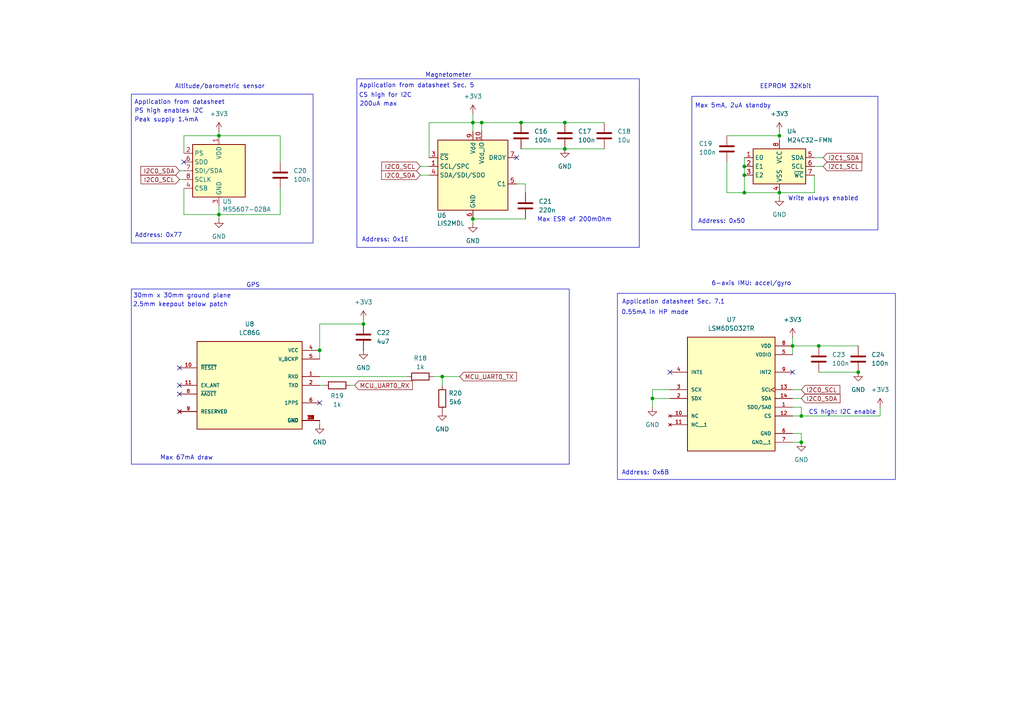
<source format=kicad_sch>
(kicad_sch (version 20231120) (generator "eeschema") (generator_version "8.0")
  (paper "A4")
  (title_block (title "Pygmy") (date "2024-11-11") (rev "A") (company "Matteo Golin"))
  (lib_symbols
    (symbol "Device:C" (pin_numbers hide) (pin_names (offset 0.254))
      (property "Reference" "C" (at 0.635 2.54 0))
      (property "Value" "C" (at 0.635 -2.54 0))
      (symbol "C_0_1"
        (polyline (pts (xy -2.032 -0.762) (xy 2.032 -0.762)) (stroke (width 0.508)))
        (polyline (pts (xy -2.032 0.762) (xy 2.032 0.762)) (stroke (width 0.508)))
      )
      (symbol "C_1_1"
        (pin passive line (at 0 3.81 270) (length 2.794) (name "~") (number "1"))
        (pin passive line (at 0 -3.81 90) (length 2.794) (name "~") (number "2"))
      )
    )
    (symbol "Device:R" (pin_numbers hide) (pin_names (offset 0))
      (property "Reference" "R" (at 2.032 0 90))
      (property "Value" "R" (at 0 0 90))
      (symbol "R_0_1"
        (rectangle (start -1.016 -2.54) (end 1.016 2.54) (stroke (width 0.254)))
      )
      (symbol "R_1_1"
        (pin passive line (at 0 3.81 270) (length 1.27) (name "~") (number "1"))
        (pin passive line (at 0 -3.81 90) (length 1.27) (name "~") (number "2"))
      )
    )
    (symbol "LC86G:LC86G" (pin_names (offset 1.016))
      (property "Reference" "U" (at -15.24 13.97 0))
      (property "Value" "LC86G" (at -15.24 -15.24 0))
      (symbol "LC86G_0_0"
        (rectangle (start -15.24 12.7) (end 15.24 -12.7) (stroke (width 0.254)) (fill (type background)))
        (pin input line (at 20.32 2.54 180) (length 5.08) (name "RXD") (number "1"))
        (pin input line (at -20.32 5.08 0) (length 5.08) (name "~{RESET}") (number "10"))
        (pin input line (at -20.32 0 0) (length 5.08) (name "EX_ANT") (number "11"))
        (pin power_in line (at 20.32 -10.16 180) (length 5.08) (name "GND") (number "12"))
        (pin power_in line (at 20.32 -10.16 180) (length 5.08) (name "GND") (number "13"))
        (pin power_in line (at 20.32 -10.16 180) (length 5.08) (name "GND") (number "14"))
        (pin power_in line (at 20.32 -10.16 180) (length 5.08) (name "GND") (number "15"))
        (pin power_in line (at 20.32 -10.16 180) (length 5.08) (name "GND") (number "16"))
        (pin power_in line (at 20.32 -10.16 180) (length 5.08) (name "GND") (number "17"))
        (pin power_in line (at 20.32 -10.16 180) (length 5.08) (name "GND") (number "18"))
        (pin power_in line (at 20.32 -10.16 180) (length 5.08) (name "GND") (number "19"))
        (pin output line (at 20.32 0 180) (length 5.08) (name "TXD") (number "2"))
        (pin power_in line (at 20.32 -10.16 180) (length 5.08) (name "GND") (number "20"))
        (pin power_in line (at 20.32 -10.16 180) (length 5.08) (name "GND") (number "21"))
        (pin power_in line (at 20.32 -10.16 180) (length 5.08) (name "GND") (number "22"))
        (pin power_in line (at 20.32 -10.16 180) (length 5.08) (name "GND") (number "23"))
        (pin power_in line (at 20.32 -10.16 180) (length 5.08) (name "GND") (number "24"))
        (pin power_in line (at 20.32 -10.16 180) (length 5.08) (name "GND") (number "25"))
        (pin power_in line (at 20.32 -10.16 180) (length 5.08) (name "GND") (number "26"))
        (pin power_in line (at 20.32 -10.16 180) (length 5.08) (name "GND") (number "27"))
        (pin power_in line (at 20.32 -10.16 180) (length 5.08) (name "GND") (number "28"))
        (pin power_in line (at 20.32 -10.16 180) (length 5.08) (name "GND") (number "29"))
        (pin power_in line (at 20.32 -10.16 180) (length 5.08) (name "GND") (number "3"))
        (pin power_in line (at 20.32 -10.16 180) (length 5.08) (name "GND") (number "30"))
        (pin power_in line (at 20.32 -10.16 180) (length 5.08) (name "GND") (number "31"))
        (pin power_in line (at 20.32 -10.16 180) (length 5.08) (name "GND") (number "32"))
        (pin power_in line (at 20.32 -10.16 180) (length 5.08) (name "GND") (number "33"))
        (pin power_in line (at 20.32 -10.16 180) (length 5.08) (name "GND") (number "34"))
        (pin power_in line (at 20.32 -10.16 180) (length 5.08) (name "GND") (number "35"))
        (pin power_in line (at 20.32 -10.16 180) (length 5.08) (name "GND") (number "36"))
        (pin power_in line (at 20.32 10.16 180) (length 5.08) (name "VCC") (number "4"))
        (pin power_in line (at 20.32 7.62 180) (length 5.08) (name "V_BCKP") (number "5"))
        (pin output line (at 20.32 -5.08 180) (length 5.08) (name "1PPS") (number "6"))
        (pin no_connect line (at -20.32 -7.62 0) (length 5.08) (name "RESERVED") (number "7"))
        (pin bidirectional line (at -20.32 -2.54 0) (length 5.08) (name "~{AADET}") (number "8"))
        (pin no_connect line (at -20.32 -7.62 0) (length 5.08) (name "RESERVED") (number "9"))
      )
    )
    (symbol "LSM6DSO32TR:LSM6DSO32TR" (pin_names (offset 1.016))
      (property "Reference" "U" (at -12.7 16.002 0))
      (property "Value" "LSM6DSO32TR" (at -12.7 -20.32 0))
      (symbol "LSM6DSO32TR_0_0"
        (rectangle (start -12.7 -17.78) (end 12.7 15.24) (stroke (width 0.254)) (fill (type background)))
        (pin bidirectional line (at 17.78 -5.08 180) (length 5.08) (name "SDO/SA0") (number "1"))
        (pin no_connect line (at -17.78 -7.62 0) (length 5.08) (name "NC") (number "10"))
        (pin no_connect line (at -17.78 -10.16 0) (length 5.08) (name "NC__1") (number "11"))
        (pin input line (at 17.78 -7.62 180) (length 5.08) (name "CS") (number "12"))
        (pin input clock (at 17.78 0 180) (length 5.08) (name "SCL") (number "13"))
        (pin bidirectional line (at 17.78 -2.54 180) (length 5.08) (name "SDA") (number "14"))
        (pin passive line (at -17.78 -2.54 0) (length 5.08) (name "SDX") (number "2"))
        (pin passive line (at -17.78 0 0) (length 5.08) (name "SCX") (number "3"))
        (pin input line (at -17.78 5.08 0) (length 5.08) (name "INT1") (number "4"))
        (pin power_in line (at 17.78 10.16 180) (length 5.08) (name "VDDIO") (number "5"))
        (pin power_in line (at 17.78 -12.7 180) (length 5.08) (name "GND") (number "6"))
        (pin power_in line (at 17.78 -15.24 180) (length 5.08) (name "GND__1") (number "7"))
        (pin power_in line (at 17.78 12.7 180) (length 5.08) (name "VDD") (number "8"))
        (pin output line (at 17.78 5.08 180) (length 5.08) (name "INT2") (number "9"))
      )
    )
    (symbol "Memory_EEPROM:M24C02-FMN"
      (property "Reference" "U" (at -6.35 6.35 0))
      (property "Value" "M24C02-FMN" (at 7.62 6.35 0))
      (symbol "M24C02-FMN_0_1"
        (rectangle (start -7.62 5.08) (end 7.62 -5.08) (stroke (width 0.254)) (fill (type background)))
      )
      (symbol "M24C02-FMN_1_1"
        (pin input line (at -10.16 2.54 0) (length 2.54) (name "E0") (number "1"))
        (pin input line (at -10.16 0 0) (length 2.54) (name "E1") (number "2"))
        (pin input line (at -10.16 -2.54 0) (length 2.54) (name "E2") (number "3"))
        (pin power_in line (at 0 -7.62 90) (length 2.54) (name "VSS") (number "4"))
        (pin bidirectional line (at 10.16 2.54 180) (length 2.54) (name "SDA") (number "5"))
        (pin input line (at 10.16 0 180) (length 2.54) (name "SCL") (number "6"))
        (pin input line (at 10.16 -2.54 180) (length 2.54) (name "~{WC}") (number "7"))
        (pin power_in line (at 0 7.62 270) (length 2.54) (name "VCC") (number "8"))
      )
    )
    (symbol "Sensor_Magnetic:LIS2MDL"
      (property "Reference" "U" (at -8.89 11.43 0))
      (property "Value" "LIS2MDL" (at 7.62 11.43 0))
      (symbol "LIS2MDL_0_1"
        (rectangle (start -10.16 10.16) (end 10.16 -10.16) (stroke (width 0.254)) (fill (type background)))
      )
      (symbol "LIS2MDL_1_1"
        (pin input line (at -12.7 2.54 0) (length 2.54) (name "SCL/SPC") (number "1"))
        (pin power_in line (at 2.54 12.7 270) (length 2.54) (name "Vdd_IO") (number "10"))
        (pin no_connect line (at -10.16 -7.62 0) (length 2.54) hide (name "NC") (number "11"))
        (pin no_connect line (at 10.16 -7.62 180) (length 2.54) hide (name "NC") (number "12"))
        (pin no_connect line (at -10.16 -5.08 0) (length 2.54) hide (name "NC") (number "2"))
        (pin input line (at -12.7 5.08 0) (length 2.54) (name "~{CS}") (number "3"))
        (pin bidirectional line (at -12.7 0 0) (length 2.54) (name "SDA/SDI/SDO") (number "4"))
        (pin power_out line (at 12.7 -2.54 180) (length 2.54) (name "C1") (number "5"))
        (pin power_in line (at 0 -12.7 90) (length 2.54) (name "GND") (number "6"))
        (pin output line (at 12.7 5.08 180) (length 2.54) (name "DRDY") (number "7"))
        (pin passive line (at 0 -12.7 90) (length 2.54) hide (name "GND") (number "8"))
        (pin power_in line (at 0 12.7 270) (length 2.54) (name "Vdd") (number "9"))
      )
    )
    (symbol "Sensor_Pressure:MS5607-02BA"
      (property "Reference" "U" (at -6.35 8.89 0))
      (property "Value" "MS5607-02BA" (at 7.62 8.89 0))
      (symbol "MS5607-02BA_0_1"
        (rectangle (start -7.62 7.62) (end 7.62 -7.62) (stroke (width 0.254)) (fill (type background)))
      )
      (symbol "MS5607-02BA_1_1"
        (pin power_in line (at 0 10.16 270) (length 2.54) (name "VDD") (number "1"))
        (pin input line (at -10.16 5.08 0) (length 2.54) (name "PS") (number "2"))
        (pin power_in line (at 0 -10.16 90) (length 2.54) (name "GND") (number "3"))
        (pin input line (at -10.16 -5.08 0) (length 2.54) (name "CSB") (number "4"))
        (pin input line (at -10.16 -5.08 0) (length 2.54) hide (name "CSB") (number "5"))
        (pin output line (at -10.16 2.54 0) (length 2.54) (name "SDO") (number "6"))
        (pin bidirectional line (at -10.16 0 0) (length 2.54) (name "SDI/SDA") (number "7"))
        (pin input line (at -10.16 -2.54 0) (length 2.54) (name "SCLK") (number "8"))
      )
    )
    (symbol "power:+3.3V" (power) (pin_numbers hide) (pin_names (offset 0) hide)
      (property "Value" "+3.3V" (at 0 3.556 0))
      (symbol "+3.3V_0_1"
        (polyline (pts (xy -0.762 1.27) (xy 0 2.54)))
        (polyline (pts (xy 0 0) (xy 0 2.54)))
        (polyline (pts (xy 0 2.54) (xy 0.762 1.27)))
      )
      (symbol "+3.3V_1_1"
        (pin power_in line (at 0 0 90) (length 0) (name "~") (number "1"))
      )
    )
    (symbol "power:+3V3" (power) (pin_numbers hide) (pin_names (offset 0) hide)
      (property "Value" "+3V3" (at 0 3.556 0))
      (symbol "+3V3_0_1"
        (polyline (pts (xy -0.762 1.27) (xy 0 2.54)))
        (polyline (pts (xy 0 0) (xy 0 2.54)))
        (polyline (pts (xy 0 2.54) (xy 0.762 1.27)))
      )
      (symbol "+3V3_1_1"
        (pin power_in line (at 0 0 90) (length 0) (name "~") (number "1"))
      )
    )
    (symbol "power:GND" (power) (pin_numbers hide) (pin_names (offset 0) hide)
      (property "Value" "GND" (at 0 -3.81 0))
      (symbol "GND_0_1"
        (polyline (pts (xy 0 0) (xy 0 -1.27) (xy 1.27 -1.27) (xy 0 -2.54) (xy -1.27 -1.27) (xy 0 -1.27)))
      )
      (symbol "GND_1_1"
        (pin power_in line (at 0 0 270) (length 0) (name "~") (number "1"))
      )
    )
  )
  (junction (at 215.9 55.88))
  (junction (at 232.41 120.65))
  (junction (at 63.5 39.37))
  (junction (at 139.7 35.56))
  (junction (at 151.13 35.56))
  (junction (at 163.83 43.18))
  (junction (at 237.49 100.33))
  (junction (at 226.06 55.88))
  (junction (at 229.87 100.33))
  (junction (at 63.5 62.23))
  (junction (at 105.41 93.98))
  (junction (at 189.23 115.57))
  (junction (at 92.71 101.6))
  (junction (at 137.16 63.5))
  (junction (at 215.9 50.8))
  (junction (at 226.06 39.37))
  (junction (at 128.27 109.22))
  (junction (at 215.9 48.26))
  (junction (at 232.41 128.27))
  (junction (at 137.16 35.56))
  (junction (at 163.83 35.56))
  (junction (at 248.92 107.95))
  (no_connect (at 194.31 107.95))
  (no_connect (at 149.86 45.72))
  (no_connect (at 229.87 107.95))
  (no_connect (at 52.07 106.68))
  (no_connect (at 52.07 119.38))
  (no_connect (at 52.07 114.3))
  (no_connect (at 92.71 116.84))
  (no_connect (at 52.07 111.76))
  (no_connect (at 53.34 46.99))
  (wire (pts (xy 226.06 57.15) (xy 226.06 55.88)))
  (wire (pts (xy 137.16 33.02) (xy 137.16 35.56)))
  (wire (pts (xy 236.22 50.8) (xy 236.22 55.88)))
  (wire (pts (xy 102.87 111.76) (xy 101.6 111.76)))
  (wire (pts (xy 238.76 45.72) (xy 236.22 45.72)))
  (wire (pts (xy 121.92 48.26) (xy 124.46 48.26)))
  (wire (pts (xy 151.13 43.18) (xy 163.83 43.18)))
  (wire (pts (xy 229.87 100.33) (xy 237.49 100.33)))
  (wire (pts (xy 128.27 109.22) (xy 133.35 109.22)))
  (wire (pts (xy 92.71 93.98) (xy 105.41 93.98)))
  (wire (pts (xy 137.16 63.5) (xy 152.4 63.5)))
  (wire (pts (xy 53.34 39.37) (xy 63.5 39.37)))
  (wire (pts (xy 237.49 107.95) (xy 248.92 107.95)))
  (wire (pts (xy 124.46 45.72) (xy 124.46 35.56)))
  (wire (pts (xy 128.27 111.76) (xy 128.27 109.22)))
  (wire (pts (xy 81.28 62.23) (xy 63.5 62.23)))
  (wire (pts (xy 255.27 118.11) (xy 255.27 120.65)))
  (wire (pts (xy 163.83 35.56) (xy 175.26 35.56)))
  (wire (pts (xy 93.98 111.76) (xy 92.71 111.76)))
  (wire (pts (xy 226.06 39.37) (xy 226.06 40.64)))
  (wire (pts (xy 121.92 50.8) (xy 124.46 50.8)))
  (wire (pts (xy 255.27 120.65) (xy 232.41 120.65)))
  (wire (pts (xy 210.82 55.88) (xy 215.9 55.88)))
  (wire (pts (xy 81.28 54.61) (xy 81.28 62.23)))
  (wire (pts (xy 139.7 35.56) (xy 151.13 35.56)))
  (wire (pts (xy 189.23 118.11) (xy 189.23 115.57)))
  (wire (pts (xy 229.87 102.87) (xy 229.87 100.33)))
  (wire (pts (xy 210.82 46.99) (xy 210.82 55.88)))
  (wire (pts (xy 215.9 48.26) (xy 215.9 50.8)))
  (wire (pts (xy 81.28 39.37) (xy 81.28 46.99)))
  (wire (pts (xy 210.82 39.37) (xy 226.06 39.37)))
  (wire (pts (xy 53.34 54.61) (xy 53.34 62.23)))
  (wire (pts (xy 189.23 115.57) (xy 189.23 113.03)))
  (wire (pts (xy 175.26 43.18) (xy 163.83 43.18)))
  (wire (pts (xy 232.41 125.73) (xy 229.87 125.73)))
  (wire (pts (xy 237.49 100.33) (xy 248.92 100.33)))
  (wire (pts (xy 92.71 101.6) (xy 92.71 93.98)))
  (wire (pts (xy 137.16 35.56) (xy 137.16 38.1)))
  (wire (pts (xy 215.9 50.8) (xy 215.9 55.88)))
  (wire (pts (xy 189.23 113.03) (xy 194.31 113.03)))
  (wire (pts (xy 226.06 39.37) (xy 226.06 38.1)))
  (wire (pts (xy 152.4 53.34) (xy 152.4 55.88)))
  (wire (pts (xy 63.5 63.5) (xy 63.5 62.23)))
  (wire (pts (xy 137.16 35.56) (xy 139.7 35.56)))
  (wire (pts (xy 137.16 64.77) (xy 137.16 63.5)))
  (wire (pts (xy 232.41 128.27) (xy 229.87 128.27)))
  (wire (pts (xy 139.7 35.56) (xy 139.7 38.1)))
  (wire (pts (xy 232.41 118.11) (xy 232.41 120.65)))
  (wire (pts (xy 229.87 118.11) (xy 232.41 118.11)))
  (wire (pts (xy 63.5 38.1) (xy 63.5 39.37)))
  (wire (pts (xy 52.07 49.53) (xy 53.34 49.53)))
  (wire (pts (xy 232.41 115.57) (xy 229.87 115.57)))
  (wire (pts (xy 236.22 55.88) (xy 226.06 55.88)))
  (wire (pts (xy 105.41 92.71) (xy 105.41 93.98)))
  (wire (pts (xy 232.41 125.73) (xy 232.41 128.27)))
  (wire (pts (xy 189.23 115.57) (xy 194.31 115.57)))
  (wire (pts (xy 152.4 53.34) (xy 149.86 53.34)))
  (wire (pts (xy 215.9 55.88) (xy 226.06 55.88)))
  (wire (pts (xy 63.5 62.23) (xy 63.5 59.69)))
  (wire (pts (xy 52.07 52.07) (xy 53.34 52.07)))
  (wire (pts (xy 232.41 113.03) (xy 229.87 113.03)))
  (wire (pts (xy 92.71 123.19) (xy 92.71 121.92)))
  (wire (pts (xy 124.46 35.56) (xy 137.16 35.56)))
  (wire (pts (xy 92.71 101.6) (xy 92.71 104.14)))
  (wire (pts (xy 53.34 44.45) (xy 53.34 39.37)))
  (wire (pts (xy 92.71 109.22) (xy 118.11 109.22)))
  (wire (pts (xy 128.27 109.22) (xy 125.73 109.22)))
  (wire (pts (xy 81.28 39.37) (xy 63.5 39.37)))
  (wire (pts (xy 238.76 48.26) (xy 236.22 48.26)))
  (wire (pts (xy 215.9 45.72) (xy 215.9 48.26)))
  (wire (pts (xy 229.87 100.33) (xy 229.87 97.79)))
  (wire (pts (xy 232.41 120.65) (xy 229.87 120.65)))
  (wire (pts (xy 53.34 62.23) (xy 63.5 62.23)))
  (wire (pts (xy 151.13 35.56) (xy 163.83 35.56)))
  (rectangle (start 38.1 83.82) (end 165.1 134.62))
  (rectangle (start 38.1 27.305) (end 90.805 70.485))
  (rectangle (start 103.505 22.86) (end 185.42 71.755))
  (rectangle (start 200.66 27.94) (end 254.635 66.675))
  (rectangle (start 179.07 85.09) (end 259.715 139.065))
  (text "Application datasheet Sec. 7.1" (at 195.326 87.63 0) (effects (font (size 1.27 1.27))))
  (text "CS high for I2C" (at 111.76 27.686 0) (effects (font (size 1.27 1.27))))
  (text "Address: 0x50" (at 209.296 64.262 0) (effects (font (size 1.27 1.27))))
  (text "Address: 0x6B" (at 187.198 137.16 0) (effects (font (size 1.27 1.27))))
  (text "Application from datasheet Sec. 5" (at 120.904 24.892 0) (effects (font (size 1.27 1.27))))
  (text "Address: 0x77" (at 45.974 68.326 0) (effects (font (size 1.27 1.27))))
  (text "30mm x 30mm ground plane" (at 52.832 85.852 0) (effects (font (size 1.27 1.27))))
  (text "Altitude/barometric sensor" (at 63.754 25.146 0) (effects (font (size 1.27 1.27))))
  (text "Max 5mA, 2uA standby" (at 212.598 30.734 0) (effects (font (size 1.27 1.27))))
  (text "GPS" (at 73.406 82.804 0) (effects (font (size 1.27 1.27))))
  (text "6-axis IMU: accel/gyro" (at 217.932 82.296 0) (effects (font (size 1.27 1.27))))
  (text "200uA max" (at 109.728 30.226 0) (effects (font (size 1.27 1.27))))
  (text "Magnetometer" (at 130.048 21.844 0) (effects (font (size 1.27 1.27))))
  (text "Address: 0x1E" (at 111.76 69.596 0) (effects (font (size 1.27 1.27))))
  (text "EEPROM 32Kbit" (at 227.838 25.146 0) (effects (font (size 1.27 1.27))))
  (text "CS high: I2C enable" (at 244.348 119.634 0) (effects (font (size 1.27 1.27))))
  (text "Write always enabled" (at 238.76 57.658 0) (effects (font (size 1.27 1.27))))
  (text "PS high enables I2C" (at 49.022 32.258 0) (effects (font (size 1.27 1.27))))
  (text "Application from datasheet" (at 52.07 29.718 0) (effects (font (size 1.27 1.27))))
  (text "Peak supply 1.4mA" (at 48.26 34.798 0) (effects (font (size 1.27 1.27))))
  (text "2.5mm keepout below patch" (at 52.324 88.392 0) (effects (font (size 1.27 1.27))))
  (text "Max 67mA draw" (at 54.102 132.842 0) (effects (font (size 1.27 1.27))))
  (text "0.55mA in HP mode" (at 189.992 90.678 0) (effects (font (size 1.27 1.27))))
  (text "Max ESR of 200mOhm" (at 166.624 63.754 0) (effects (font (size 1.27 1.27))))
  (global_label "MCU_UART0_TX" (shape input) (at 133.35 109.22 0) (property "Intersheetrefs" "${INTERSHEET_REFS}" (effects (hide yes))))
  (global_label "I2C1_SDA" (shape input) (at 238.76 45.72 0) (property "Intersheetrefs" "${INTERSHEET_REFS}" (effects (hide yes))))
  (global_label "I2C0_SCL" (shape input) (at 232.41 113.03 0) (property "Intersheetrefs" "${INTERSHEET_REFS}" (effects (hide yes))))
  (global_label "I2C1_SCL" (shape input) (at 238.76 48.26 0) (property "Intersheetrefs" "${INTERSHEET_REFS}" (effects (hide yes))))
  (global_label "I2C0_SDA" (shape input) (at 52.07 49.53 180) (property "Intersheetrefs" "${INTERSHEET_REFS}" (effects (hide yes))))
  (global_label "I2C0_SDA" (shape input) (at 232.41 115.57 0) (property "Intersheetrefs" "${INTERSHEET_REFS}" (effects (hide yes))))
  (global_label "I2C0_SCL" (shape input) (at 52.07 52.07 180) (property "Intersheetrefs" "${INTERSHEET_REFS}" (effects (hide yes))))
  (global_label "MCU_UART0_RX" (shape input) (at 102.87 111.76 0) (property "Intersheetrefs" "${INTERSHEET_REFS}" (effects (hide yes))))
  (global_label "I2C0_SCL" (shape input) (at 121.92 48.26 180) (property "Intersheetrefs" "${INTERSHEET_REFS}" (effects (hide yes))))
  (global_label "I2C0_SDA" (shape input) (at 121.92 50.8 180) (property "Intersheetrefs" "${INTERSHEET_REFS}" (effects (hide yes))))
  (symbol (lib_id "Device:C") (at 152.4 59.69 0) (unit 1)
    (property "Reference" "C21" (at 156.21 58.4199 0) (effects (justify left)))
    (property "Value" "220n" (at 156.21 60.9599 0) (effects (justify left)))
    (property "Footprint" "Capacitor_SMD:C_0603_1608Metric" (effects (hide yes)))
    (property "Datasheet" "https://www.mouser.ca/datasheet/2/210/WTC_MLCC_General_Purpose-1534899.pdf" (effects (hide yes)))
    (property "Description" "Unpolarized capacitor" (effects (hide yes)))
    (property "MP" "0603B204K160CT" (effects (hide yes)))
  )
  (symbol (lib_id "power:GND") (at 232.41 128.27 0) (unit 1)
    (property "Reference" "#PWR056" (effects (hide yes)))
    (property "Value" "GND" (at 232.41 133.35 0))
    (property "Description" "Power symbol creates a global label with name \"GND\" , ground" (effects (hide yes)))
  )
  (symbol (lib_id "power:+3.3V") (at 63.5 38.1 0) (unit 1)
    (property "Reference" "#PWR043" (effects (hide yes)))
    (property "Value" "+3V3" (at 63.5 33.02 0))
    (property "Description" "Power symbol creates a global label with name \"+3.3V\"" (effects (hide yes)))
  )
  (symbol (lib_id "Device:C") (at 248.92 104.14 0) (unit 1)
    (property "Reference" "C24" (at 252.73 102.8699 0) (effects (justify left)))
    (property "Value" "100n" (at 252.73 105.4099 0) (effects (justify left)))
    (property "Footprint" "Capacitor_SMD:C_0402_1005Metric" (effects (hide yes)))
    (property "Datasheet" "https://www.mouser.ca/datasheet/2/281/1/GRM155R61A104KA01_02A-1983866.pdf" (effects (hide yes)))
    (property "Description" "Unpolarized capacitor" (effects (hide yes)))
    (property "MP" "GRM155R61A104KA01J " (effects (hide yes)))
  )
  (symbol (lib_id "Device:C") (at 175.26 39.37 0) (unit 1)
    (property "Reference" "C18" (at 179.07 38.0999 0) (effects (justify left)))
    (property "Value" "10u" (at 179.07 40.6399 0) (effects (justify left)))
    (property "Footprint" "Capacitor_SMD:C_0603_1608Metric" (effects (hide yes)))
    (property "Datasheet" "https://product.tdk.com/system/files/dam/doc/product/capacitor/ceramic/mlcc/catalog/mlcc_commercial_general_en.pdf?ref_disty=mouser" (effects (hide yes)))
    (property "Description" "Unpolarized capacitor" (effects (hide yes)))
    (property "MP" "C1608X5R0J106K080AB" (effects (hide yes)))
  )
  (symbol (lib_id "Device:R") (at 121.92 109.22 90) (unit 1)
    (property "Reference" "R18" (at 121.92 103.886 90))
    (property "Value" "1k" (at 121.92 106.426 90))
    (property "Footprint" "Resistor_SMD:R_0402_1005Metric" (effects (hide yes)))
    (property "Description" "Resistor" (effects (hide yes)))
    (property "MP" "ERA-2AEB102X" (effects (hide yes)))
  )
  (symbol (lib_id "power:GND") (at 137.16 64.77 0) (unit 1)
    (property "Reference" "#PWR048" (effects (hide yes)))
    (property "Value" "GND" (at 137.16 69.85 0))
    (property "Description" "Power symbol creates a global label with name \"GND\" , ground" (effects (hide yes)))
  )
  (symbol (lib_id "Device:R") (at 97.79 111.76 90) (unit 1)
    (property "Reference" "R19" (at 97.79 114.808 90))
    (property "Value" "1k" (at 97.79 117.348 90))
    (property "Footprint" "Resistor_SMD:R_0402_1005Metric" (effects (hide yes)))
    (property "Description" "Resistor" (effects (hide yes)))
    (property "MP" "ERA-2AEB102X" (effects (hide yes)))
  )
  (symbol (lib_id "power:GND") (at 92.71 123.19 0) (unit 1)
    (property "Reference" "#PWR055" (effects (hide yes)))
    (property "Value" "GND" (at 92.71 128.27 0))
    (property "Description" "Power symbol creates a global label with name \"GND\" , ground" (effects (hide yes)))
  )
  (symbol (lib_id "Memory_EEPROM:M24C02-FMN") (at 226.06 48.26 0) (unit 1)
    (property "Reference" "U4" (at 228.2541 38.1 0) (effects (justify left)))
    (property "Value" "M24C32-FMN" (at 228.2541 40.64 0) (effects (justify left)))
    (property "Footprint" "Package_SO:SOIC-8_3.9x4.9mm_P1.27mm" (effects (hide yes)))
    (property "Datasheet" "https://www.st.com/content/ccc/resource/technical/document/datasheet/80/4e/8c/54/f2/63/4c/4a/CD00001012.pdf/files/CD00001012.pdf/jcr:content/translations/en.CD00001012.pdf" (effects (hide yes)))
    (property "Description" "32Kb (4kx8) I2C Serial EEPROM, 1.6-5.5V, SOIC-8" (effects (hide yes)))
    (property "MP" "M24C32-FMN6TP" (effects (hide yes)))
  )
  (symbol (lib_id "power:+3V3") (at 105.41 92.71 0) (unit 1)
    (property "Reference" "#PWR049" (effects (hide yes)))
    (property "Value" "+3V3" (at 105.41 87.63 0))
    (property "Description" "Power symbol creates a global label with name \"+3V3\"" (effects (hide yes)))
  )
  (symbol (lib_id "Device:R") (at 128.27 115.57 0) (unit 1)
    (property "Reference" "R20" (at 132.08 114.046 0))
    (property "Value" "5k6" (at 132.08 116.586 0))
    (property "Footprint" "Resistor_SMD:R_0402_1005Metric" (effects (hide yes)))
    (property "Datasheet" "https://www.mouser.ca/datasheet/2/54/cr-1858361.pdf" (effects (hide yes)))
    (property "Description" "Resistor" (effects (hide yes)))
    (property "MP" "CR0402-FX-5601GLF" (effects (hide yes)))
  )
  (symbol (lib_id "Sensor_Magnetic:LIS2MDL") (at 137.16 50.8 0) (unit 1)
    (property "Reference" "U6" (at 126.746 62.484 0) (effects (justify left)))
    (property "Value" "LIS2MDL" (at 126.746 64.77 0) (effects (justify left)))
    (property "Footprint" "Package_LGA:LGA-12_2x2mm_P0.5mm" (effects (hide yes)))
    (property "Datasheet" "https://www.st.com/resource/en/datasheet/lis2mdl.pdf" (effects (hide yes)))
    (property "Description" "Ultra-low-power, 3-axis digital output magnetometer, LGA-12" (effects (hide yes)))
    (property "MP" "LIS2MDLTR" (effects (hide yes)))
  )
  (symbol (lib_id "Device:C") (at 163.83 39.37 0) (unit 1)
    (property "Reference" "C17" (at 167.64 38.0999 0) (effects (justify left)))
    (property "Value" "100n" (at 167.64 40.6399 0) (effects (justify left)))
    (property "Footprint" "Capacitor_SMD:C_0402_1005Metric" (effects (hide yes)))
    (property "Datasheet" "https://www.mouser.ca/datasheet/2/281/1/GRM155R61A104KA01_02A-1983866.pdf" (effects (hide yes)))
    (property "Description" "Unpolarized capacitor" (effects (hide yes)))
    (property "MP" "GRM155R61A104KA01J " (effects (hide yes)))
  )
  (symbol (lib_id "Device:C") (at 237.49 104.14 0) (unit 1)
    (property "Reference" "C23" (at 241.3 102.8699 0) (effects (justify left)))
    (property "Value" "100n" (at 241.3 105.4099 0) (effects (justify left)))
    (property "Footprint" "Capacitor_SMD:C_0402_1005Metric" (effects (hide yes)))
    (property "Datasheet" "https://www.mouser.ca/datasheet/2/281/1/GRM155R61A104KA01_02A-1983866.pdf" (effects (hide yes)))
    (property "Description" "Unpolarized capacitor" (effects (hide yes)))
    (property "MP" "GRM155R61A104KA01J " (effects (hide yes)))
  )
  (symbol (lib_id "power:+3.3V") (at 229.87 97.79 0) (unit 1)
    (property "Reference" "#PWR050" (effects (hide yes)))
    (property "Value" "+3V3" (at 229.87 92.71 0))
    (property "Description" "Power symbol creates a global label with name \"+3.3V\"" (effects (hide yes)))
  )
  (symbol (lib_id "Device:C") (at 151.13 39.37 0) (unit 1)
    (property "Reference" "C16" (at 154.94 38.0999 0) (effects (justify left)))
    (property "Value" "100n" (at 154.94 40.6399 0) (effects (justify left)))
    (property "Footprint" "Capacitor_SMD:C_0402_1005Metric" (effects (hide yes)))
    (property "Datasheet" "https://www.mouser.ca/datasheet/2/281/1/GRM155R61A104KA01_02A-1983866.pdf" (effects (hide yes)))
    (property "Description" "Unpolarized capacitor" (effects (hide yes)))
    (property "MP" "GRM155R61A104KA01J " (effects (hide yes)))
  )
  (symbol (lib_id "LC86G:LC86G") (at 72.39 111.76 0) (unit 1)
    (property "Reference" "U8" (at 72.39 93.98 0))
    (property "Value" "LC86G" (at 72.39 96.52 0))
    (property "Footprint" "LC86G:XCVR_LC86G" (effects (hide yes)))
    (property "MF" "Quectel" (effects (hide yes)))
    (property "MAXIMUM_PACKAGE_HEIGHT" "7.25 mm" (effects (hide yes)))
    (property "MP" "LC86G" (effects (hide yes)))
    (property "MANUFACTURER" "Quectel" (effects (hide yes)))
  )
  (symbol (lib_id "power:GND") (at 189.23 118.11 0) (unit 1)
    (property "Reference" "#PWR053" (effects (hide yes)))
    (property "Value" "GND" (at 189.23 123.19 0))
    (property "Description" "Power symbol creates a global label with name \"GND\" , ground" (effects (hide yes)))
  )
  (symbol (lib_id "Device:C") (at 81.28 50.8 0) (unit 1)
    (property "Reference" "C20" (at 85.09 49.5299 0) (effects (justify left)))
    (property "Value" "100n" (at 85.09 52.0699 0) (effects (justify left)))
    (property "Footprint" "Capacitor_SMD:C_0402_1005Metric" (effects (hide yes)))
    (property "Datasheet" "https://www.mouser.ca/datasheet/2/281/1/GRM155R61A104KA01_02A-1983866.pdf" (effects (hide yes)))
    (property "Description" "Unpolarized capacitor" (effects (hide yes)))
    (property "MP" "GRM155R61A104KA01J " (effects (hide yes)))
  )
  (symbol (lib_id "Device:C") (at 105.41 97.79 0) (unit 1)
    (property "Reference" "C22" (at 109.22 96.5199 0) (effects (justify left)))
    (property "Value" "4u7" (at 109.22 99.0599 0) (effects (justify left)))
    (property "Footprint" "Capacitor_SMD:C_0603_1608Metric" (effects (hide yes)))
    (property "Datasheet" "https://product.tdk.com/system/files/dam/doc/product/capacitor/ceramic/mlcc/catalog/mlcc_automotive_general_en.pdf?ref_disty=mouser" (effects (hide yes)))
    (property "Description" "Unpolarized capacitor" (effects (hide yes)))
    (property "MP" "CGA3E1X5R0J475K080AC" (effects (hide yes)))
  )
  (symbol (lib_id "power:GND") (at 163.83 43.18 0) (unit 1)
    (property "Reference" "#PWR045" (effects (hide yes)))
    (property "Value" "GND" (at 163.83 48.26 0))
    (property "Description" "Power symbol creates a global label with name \"GND\" , ground" (effects (hide yes)))
  )
  (symbol (lib_id "power:GND") (at 63.5 63.5 0) (unit 1)
    (property "Reference" "#PWR047" (effects (hide yes)))
    (property "Value" "GND" (at 63.5 68.58 0))
    (property "Description" "Power symbol creates a global label with name \"GND\" , ground" (effects (hide yes)))
  )
  (symbol (lib_id "power:GND") (at 105.41 101.6 0) (unit 1)
    (property "Reference" "#PWR051" (effects (hide yes)))
    (property "Value" "GND" (at 105.41 106.68 0))
    (property "Description" "Power symbol creates a global label with name \"GND\" , ground" (effects (hide yes)))
  )
  (symbol (lib_id "power:GND") (at 128.27 119.38 0) (unit 1)
    (property "Reference" "#PWR075" (effects (hide yes)))
    (property "Value" "GND" (at 128.27 124.46 0))
    (property "Description" "Power symbol creates a global label with name \"GND\" , ground" (effects (hide yes)))
  )
  (symbol (lib_id "power:GND") (at 248.92 107.95 0) (unit 1)
    (property "Reference" "#PWR052" (effects (hide yes)))
    (property "Value" "GND" (at 248.92 113.03 0))
    (property "Description" "Power symbol creates a global label with name \"GND\" , ground" (effects (hide yes)))
  )
  (symbol (lib_id "power:+3.3V") (at 137.16 33.02 0) (unit 1)
    (property "Reference" "#PWR042" (effects (hide yes)))
    (property "Value" "+3V3" (at 137.16 27.94 0))
    (property "Description" "Power symbol creates a global label with name \"+3.3V\"" (effects (hide yes)))
  )
  (symbol (lib_id "power:GND") (at 226.06 57.15 0) (unit 1)
    (property "Reference" "#PWR046" (effects (hide yes)))
    (property "Value" "GND" (at 226.06 62.23 0))
    (property "Description" "Power symbol creates a global label with name \"GND\" , ground" (effects (hide yes)))
  )
  (symbol (lib_id "power:+3.3V") (at 226.06 38.1 0) (unit 1)
    (property "Reference" "#PWR044" (effects (hide yes)))
    (property "Value" "+3V3" (at 226.06 33.02 0))
    (property "Description" "Power symbol creates a global label with name \"+3.3V\"" (effects (hide yes)))
  )
  (symbol (lib_id "power:+3.3V") (at 255.27 118.11 0) (unit 1)
    (property "Reference" "#PWR054" (effects (hide yes)))
    (property "Value" "+3V3" (at 255.27 113.03 0))
    (property "Description" "Power symbol creates a global label with name \"+3.3V\"" (effects (hide yes)))
  )
  (symbol (lib_id "Sensor_Pressure:MS5607-02BA") (at 63.5 49.53 0) (unit 1)
    (property "Reference" "U5" (at 64.516 58.42 0) (effects (justify left)))
    (property "Value" "MS5607-02BA" (at 64.516 60.706 0) (effects (justify left)))
    (property "Footprint" "Package_LGA:LGA-8_3x5mm_P1.25mm" (effects (hide yes)))
    (property "Datasheet" "https://www.te.com/commerce/DocumentDelivery/DDEController?Action=showdoc&DocId=Data+Sheet%7FMS5607-02BA03%7FB2%7Fpdf%7FEnglish%7FENG_DS_MS5607-02BA03_B2.pdf%7FCAT-BLPS0035" (effects (hide yes)))
    (property "Description" "Barometric pressure sensor, 20cm resolution, 10 to 1200 mbar, I2C and SPI interface up to 20MHz, LGA-8" (effects (hide yes)))
    (property "MP" "MS560702BA03-50" (effects (hide yes)))
  )
  (symbol (lib_id "Device:C") (at 210.82 43.18 0) (unit 1)
    (property "Reference" "C19" (at 202.692 41.656 0) (effects (justify left)))
    (property "Value" "100n" (at 202.692 44.196 0) (effects (justify left)))
    (property "Footprint" "Capacitor_SMD:C_0402_1005Metric" (effects (hide yes)))
    (property "Datasheet" "https://www.mouser.ca/datasheet/2/281/1/GRM155R61A104KA01_02A-1983866.pdf" (effects (hide yes)))
    (property "Description" "Unpolarized capacitor" (effects (hide yes)))
    (property "MP" "GRM155R61A104KA01J " (effects (hide yes)))
  )
  (symbol (lib_id "LSM6DSO32TR:LSM6DSO32TR") (at 212.09 113.03 0) (unit 1)
    (property "Reference" "U7" (at 212.09 92.71 0))
    (property "Value" "LSM6DSO32TR" (at 212.09 95.25 0))
    (property "Footprint" "lsm6dso32:XDCR_LSM6DSO32TR" (effects (hide yes)))
    (property "Datasheet" "https://www.mouser.ca/datasheet/2/389/lsm6dso32-1815462.pdf" (effects (hide yes)))
    (property "MP" "LSM6DSO32TR" (effects (hide yes)))
  )
)
</source>
